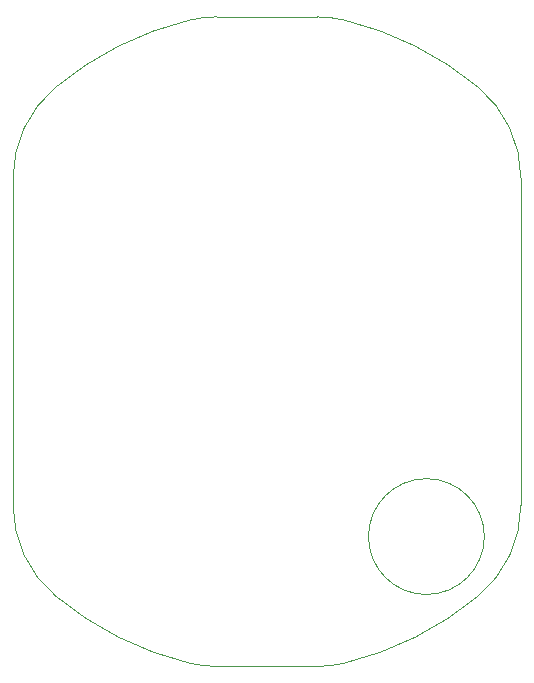
<source format=gbr>
%TF.GenerationSoftware,KiCad,Pcbnew,8.0.7*%
%TF.CreationDate,2025-09-19T21:14:16-06:00*%
%TF.ProjectId,MiniBall,4d696e69-4261-46c6-9c2e-6b696361645f,rev?*%
%TF.SameCoordinates,Original*%
%TF.FileFunction,Profile,NP*%
%FSLAX46Y46*%
G04 Gerber Fmt 4.6, Leading zero omitted, Abs format (unit mm)*
G04 Created by KiCad (PCBNEW 8.0.7) date 2025-09-19 21:14:16*
%MOMM*%
%LPD*%
G01*
G04 APERTURE LIST*
%TA.AperFunction,Profile*%
%ADD10C,0.050000*%
%TD*%
G04 APERTURE END LIST*
D10*
X166905180Y-121507679D02*
G75*
G02*
X157097020Y-121507679I-4904080J0D01*
G01*
X157097020Y-121507679D02*
G75*
G02*
X166905180Y-121507679I4904080J0D01*
G01*
X144287900Y-132503600D02*
X152714100Y-132503600D01*
X141947421Y-77781378D02*
G75*
G02*
X144288200Y-77503592I2340679J-9722622D01*
G01*
X166389987Y-83463230D02*
G75*
G02*
X170001063Y-91178660I-6389087J-7693070D01*
G01*
X152714300Y-77503600D02*
G75*
G02*
X155054822Y-77781414I0J-9998100D01*
G01*
X144287900Y-132503600D02*
G75*
G02*
X141947440Y-132225824I0J9998900D01*
G01*
X152714300Y-77503600D02*
X144288200Y-77503600D01*
X130612217Y-126543970D02*
G75*
G02*
X127001140Y-118828540I6389083J7693070D01*
G01*
X166389983Y-126543970D02*
G75*
G02*
X155054779Y-132225814I-17888983J21540570D01*
G01*
X130612213Y-83463222D02*
G75*
G02*
X141947447Y-77781412I17888687J-21540178D01*
G01*
X155054774Y-132225818D02*
G75*
G02*
X152714100Y-132503606I-2340674J9722518D01*
G01*
X141947430Y-132225820D02*
G75*
G02*
X130612196Y-126543983I6553570J27222120D01*
G01*
X170001100Y-118830507D02*
X170001100Y-91178660D01*
X170001100Y-118830507D02*
G75*
G02*
X166389990Y-126543969I-9999900J-20493D01*
G01*
X127001100Y-91156150D02*
X127001100Y-118828540D01*
X127001100Y-91156150D02*
G75*
G02*
X130612252Y-83463229I9999780J0D01*
G01*
X155054772Y-77781378D02*
G75*
G02*
X166389989Y-83463228I-6553672J-27222222D01*
G01*
M02*

</source>
